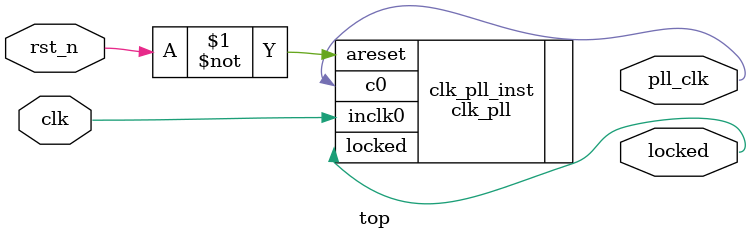
<source format=v>

module top(
	input wire clk,
	input wire rst_n,
	output wire pll_clk,
	output wire locked
);

    clk_pll	clk_pll_inst (
	    .areset ( ~rst_n ),
    	.inclk0 ( clk ),
	    .c0 ( pll_clk ),
	    .locked ( locked )
	);

endmodule

</source>
